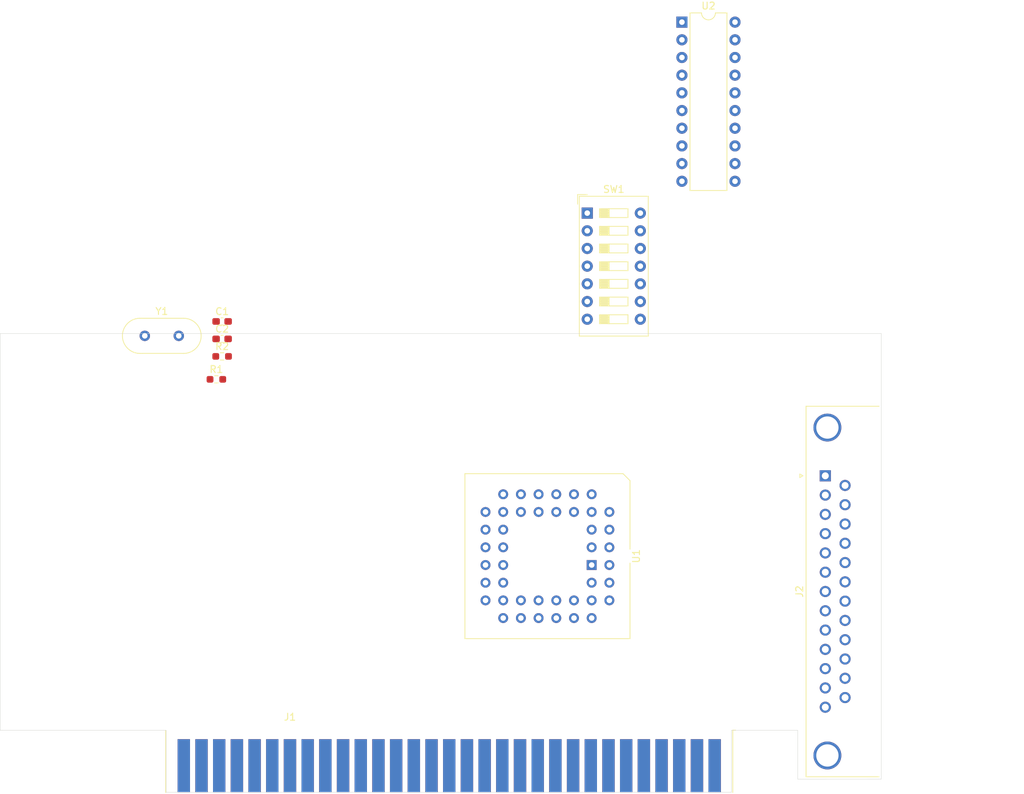
<source format=kicad_pcb>
(kicad_pcb (version 20240108) (generator "pcbnew") (generator_version "8.0")
  (layers (0 "F.Cu" signal) (31 "B.Cu" signal) (34 "B.Paste" user) (35 "F.Paste" user) (36 "B.SilkS" user "B.Silkscreen") (37 "F.SilkS" user "F.Silkscreen") (38 "B.Mask" user) (39 "F.Mask" user) (44 "Edge.Cuts" user))
  (net 0 "")
  (net 1 "/D7")
  (net 4 "/A9")
  (net 5 "/~{DACK1}")
  (net 6 "/IOCHRDY")
  (net 8 "/AEN")
  (net 9 "+5V")
  (net 11 "/D2")
  (net 12 "/~{DACK3}")
  (net 13 "/~{IOW}")
  (net 15 "/IRQ7")
  (net 17 "/A3")
  (net 20 "GND")
  (net 22 "/TC")
  (net 24 "/RESET")
  (net 29 "/A6")
  (net 31 "/A8")
  (net 33 "/A5")
  (net 34 "/D3")
  (net 35 "/A2")
  (net 39 "/D5")
  (net 41 "/D1")
  (net 42 "/A1")
  (net 43 "/~{IOR}")
  (net 44 "/D6")
  (net 48 "/A7")
  (net 50 "/D0")
  (net 52 "/A10")
  (net 53 "/IRQ5")
  (net 54 "/DRQ3")
  (net 55 "/A4")
  (net 56 "/A0")
  (net 57 "/D4")
  (net 58 "/DRQ1")
  (net 60 "Net-(U2-R5)")
  (net 61 "/LPT_DRQ")
  (net 62 "/LPT_IRQ")
  (net 63 "/~{LPT_DACK}")
  (net 64 "Net-(U1-PE)")
  (net 65 "Net-(U1-~{STROBE})")
  (net 66 "/~{LPT_CS}")
  (net 67 "Net-(J2-P15)")
  (net 68 "Net-(U1-PD4)")
  (net 69 "Net-(U1-CLOCK{slash}XTAL1)")
  (net 70 "Net-(J2-P16)")
  (net 71 "Net-(U1-PD2)")
  (net 72 "Net-(U1-PD0)")
  (net 73 "Net-(U1-PD3)")
  (net 74 "Net-(J2-P17)")
  (net 75 "Net-(U1-XTAL2)")
  (net 76 "Net-(U1-PD1)")
  (net 77 "Net-(U1-SLCT)")
  (net 78 "Net-(J2-P14)")
  (net 79 "Net-(U1-PD7)")
  (net 80 "Net-(U1-BUSY)")
  (net 81 "Net-(U1-PD5)")
  (net 82 "Net-(U1-PD6)")
  (net 83 "Net-(U1-~{ACK})")
  (footprint "Button_Switch_THT:SW_DIP_SPSTx07_Slide_9.78x19.96mm_W7.62mm_P2.54mm" (layer "F.Cu") (at 144.272 52.705)
    (property "Reference" "SW1" (at 3.81 -3.42 0) (layer "F.SilkS"))
    (property "Value" "SW_DIP_x07")
    (fp_line (start -1.38 -2.66) (end -1.38 -1.277) (stroke (width 0.12)) (layer "F.SilkS"))
    (fp_line (start -1.38 -2.66) (end 0.004 -2.66) (stroke (width 0.12)) (layer "F.SilkS"))
    (fp_line (start -1.14 -2.42) (end -1.14 17.661) (stroke (width 0.12)) (layer "F.SilkS"))
    (fp_line (start -1.14 -2.42) (end 8.76 -2.42) (stroke (width 0.12)) (layer "F.SilkS"))
    (fp_line (start -1.14 17.661) (end 8.76 17.661) (stroke (width 0.12)) (layer "F.SilkS"))
    (fp_line (start 1.78 -0.635) (end 1.78 0.635) (stroke (width 0.12)) (layer "F.SilkS"))
    (fp_line (start 1.78 -0.515) (end 3.133333 -0.515) (stroke (width 0.12)) (layer "F.SilkS"))
    (fp_line (start 1.78 -0.395) (end 3.133333 -0.395) (stroke (width 0.12)) (layer "F.SilkS"))
    (fp_line (start 1.78 -0.275) (end 3.133333 -0.275) (stroke (width 0.12)) (layer "F.SilkS"))
    (fp_line (start 1.78 -0.155) (end 3.133333 -0.155) (stroke (width 0.12)) (layer "F.SilkS"))
    (fp_line (start 1.78 -0.035) (end 3.133333 -0.035) (stroke (width 0.12)) (layer "F.SilkS"))
    (fp_line (start 1.78 0.085) (end 3.133333 0.085) (stroke (width 0.12)) (layer "F.SilkS"))
    (fp_line (start 1.78 0.205) (end 3.133333 0.205) (stroke (width 0.12)) (layer "F.SilkS"))
    (fp_line (start 1.78 0.325) (end 3.133333 0.325) (stroke (width 0.12)) (layer "F.SilkS"))
    (fp_line (start 1.78 0.445) (end 3.133333 0.445) (stroke (width 0.12)) (layer "F.SilkS"))
    (fp_line (start 1.78 0.565) (end 3.133333 0.565) (stroke (width 0.12)) (layer "F.SilkS"))
    (fp_line (start 1.78 0.635) (end 5.84 0.635) (stroke (width 0.12)) (layer "F.SilkS"))
    (fp_line (start 1.78 1.905) (end 1.78 3.175) (stroke (width 0.12)) (layer "F.SilkS"))
    (fp_line (start 1.78 2.025) (end 3.133333 2.025) (stroke (width 0.12)) (layer "F.SilkS"))
    (fp_line (start 1.78 2.145) (end 3.133333 2.145) (stroke (width 0.12)) (layer "F.SilkS"))
    (fp_line (start 1.78 2.265) (end 3.133333 2.265) (stroke (width 0.12)) (layer "F.SilkS"))
    (fp_line (start 1.78 2.385) (end 3.133333 2.385) (stroke (width 0.12)) (layer "F.SilkS"))
    (fp_line (start 1.78 2.505) (end 3.133333 2.505) (stroke (width 0.12)) (layer "F.SilkS"))
    (fp_line (start 1.78 2.625) (end 3.133333 2.625) (stroke (width 0.12)) (layer "F.SilkS"))
    (fp_line (start 1.78 2.745) (end 3.133333 2.745) (stroke (width 0.12)) (layer "F.SilkS"))
    (fp_line (start 1.78 2.865) (end 3.133333 2.865) (stroke (width 0.12)) (layer "F.SilkS"))
    (fp_line (start 1.78 2.985) (end 3.133333 2.985) (stroke (width 0.12)) (layer "F.SilkS"))
    (fp_line (start 1.78 3.105) (end 3.133333 3.105) (stroke (width 0.12)) (layer "F.SilkS"))
    (fp_line (start 1.78 3.175) (end 5.84 3.175) (stroke (width 0.12)) (layer "F.SilkS"))
    (fp_line (start 1.78 4.445) (end 1.78 5.715) (stroke (width 0.12)) (layer "F.SilkS"))
    (fp_line (start 1.78 4.565) (end 3.133333 4.565) (stroke (width 0.12)) (layer "F.SilkS"))
    (fp_line (start 1.78 4.685) (end 3.133333 4.685) (stroke (width 0.12)) (layer "F.SilkS"))
    (fp_line (start 1.78 4.805) (end 3.133333 4.805) (stroke (width 0.12)) (layer "F.SilkS"))
    (fp_line (start 1.78 4.925) (end 3.133333 4.925) (stroke (width 0.12)) (layer "F.SilkS"))
    (fp_line (start 1.78 5.045) (end 3.133333 5.045) (stroke (width 0.12)) (layer "F.SilkS"))
    (fp_line (start 1.78 5.165) (end 3.133333 5.165) (stroke (width 0.12)) (layer "F.SilkS"))
    (fp_line (start 1.78 5.285) (end 3.133333 5.285) (stroke (width 0.12)) (layer "F.SilkS"))
    (fp_line (start 1.78 5.405) (end 3.133333 5.405) (stroke (width 0.12)) (layer "F.SilkS"))
    (fp_line (start 1.78 5.525) (end 3.133333 5.525) (stroke (width 0.12)) (layer "F.SilkS"))
    (fp_line (start 1.78 5.645) (end 3.133333 5.645) (stroke (width 0.12)) (layer "F.SilkS"))
    (fp_line (start 1.78 5.715) (end 5.84 5.715) (stroke (width 0.12)) (layer "F.SilkS"))
    (fp_line (start 1.78 6.985) (end 1.78 8.255) (stroke (width 0.12)) (layer "F.SilkS"))
    (fp_line (start 1.78 7.105) (end 3.133333 7.105) (stroke (width 0.12)) (layer "F.SilkS"))
    (fp_line (start 1.78 7.225) (end 3.133333 7.225) (stroke (width 0.12)) (layer "F.SilkS"))
    (fp_line (start 1.78 7.345) (end 3.133333 7.345) (stroke (width 0.12)) (layer "F.SilkS"))
    (fp_line (start 1.78 7.465) (end 3.133333 7.465) (stroke (width 0.12)) (layer "F.SilkS"))
    (fp_line (start 1.78 7.585) (end 3.133333 7.585) (stroke (width 0.12)) (layer "F.SilkS"))
    (fp_line (start 1.78 7.705) (end 3.133333 7.705) (stroke (width 0.12)) (layer "F.SilkS"))
    (fp_line (start 1.78 7.825) (end 3.133333 7.825) (stroke (width 0.12)) (layer "F.SilkS"))
    (fp_line (start 1.78 7.945) (end 3.133333 7.945) (stroke (width 0.12)) (layer "F.SilkS"))
    (fp_line (start 1.78 8.065) (end 3.133333 8.065) (stroke (width 0.12)) (layer "F.SilkS"))
    (fp_line (start 1.78 8.185) (end 3.133333 8.185) (stroke (width 0.12)) (layer "F.SilkS"))
    (fp_line (start 1.78 8.255) (end 5.84 8.255) (stroke (width 0.12)) (layer "F.SilkS"))
    (fp_line (start 1.78 9.525) (end 1.78 10.795) (stroke (width 0.12)) (layer "F.SilkS"))
    (fp_line (start 1.78 9.645) (end 3.133333 9.645) (stroke (width 0.12)) (layer "F.SilkS"))
    (fp_line (start 1.78 9.765) (end 3.133333 9.765) (stroke (width 0.12)) (layer "F.SilkS"))
    (fp_line (start 1.78 9.885) (end 3.133333 9.885) (stroke (width 0.12)) (layer "F.SilkS"))
    (fp_line (start 1.78 10.005) (end 3.133333 10.005) (stroke (width 0.12)) (layer "F.SilkS"))
    (fp_line (start 1.78 10.125) (end 3.133333 10.125) (stroke (width 0.12)) (layer "F.SilkS"))
    (fp_line (start 1.78 10.245) (end 3.133333 10.245) (stroke (width 0.12)) (layer "F.SilkS"))
    (fp_line (start 1.78 10.365) (end 3.133333 10.365) (stroke (width 0.12)) (layer "F.SilkS"))
    (fp_line (start 1.78 10.485) (end 3.133333 10.485) (stroke (width 0.12)) (layer "F.SilkS"))
    (fp_line (start 1.78 10.605) (end 3.133333 10.605) (stroke (width 0.12)) (layer "F.SilkS"))
    (fp_line (start 1.78 10.725) (end 3.133333 10.725) (stroke (width 0.12)) (layer "F.SilkS"))
    (fp_line (start 1.78 10.795) (end 5.84 10.795) (stroke (width 0.12)) (layer "F.SilkS"))
    (fp_line (start 1.78 12.065) (end 1.78 13.335) (stroke (width 0.12)) (layer "F.SilkS"))
    (fp_line (start 1.78 12.185) (end 3.133333 12.185) (stroke (width 0.12)) (layer "F.SilkS"))
    (fp_line (start 1.78 12.305) (end 3.133333 12.305) (stroke (width 0.12)) (layer "F.SilkS"))
    (fp_line (start 1.78 12.425) (end 3.133333 12.425) (stroke (width 0.12)) (layer "F.SilkS"))
    (fp_line (start 1.78 12.545) (end 3.133333 12.545) (stroke (width 0.12)) (layer "F.SilkS"))
    (fp_line (start 1.78 12.665) (end 3.133333 12.665) (stroke (width 0.12)) (layer "F.SilkS"))
    (fp_line (start 1.78 12.785) (end 3.133333 12.785) (stroke (width 0.12)) (layer "F.SilkS"))
    (fp_line (start 1.78 12.905) (end 3.133333 12.905) (stroke (width 0.12)) (layer "F.SilkS"))
    (fp_line (start 1.78 13.025) (end 3.133333 13.025) (stroke (width 0.12)) (layer "F.SilkS"))
    (fp_line (start 1.78 13.145) (end 3.133333 13.145) (stroke (width 0.12)) (layer "F.SilkS"))
    (fp_line (start 1.78 13.265) (end 3.133333 13.265) (stroke (width 0.12)) (layer "F.SilkS"))
    (fp_line (start 1.78 13.335) (end 5.84 13.335) (stroke (width 0.12)) (layer "F.SilkS"))
    (fp_line (start 1.78 14.605) (end 1.78 15.875) (stroke (width 0.12)) (layer "F.SilkS"))
    (fp_line (start 1.78 14.725) (end 3.133333 14.725) (stroke (width 0.12)) (layer "F.SilkS"))
    (fp_line (start 1.78 14.845) (end 3.133333 14.845) (stroke (width 0.12)) (layer "F.SilkS"))
    (fp_line (start 1.78 14.965) (end 3.133333 14.965) (stroke (width 0.12)) (layer "F.SilkS"))
    (fp_line (start 1.78 15.085) (end 3.133333 15.085) (stroke (width 0.12)) (layer "F.SilkS"))
    (fp_line (start 1.78 15.205) (end 3.133333 15.205) (stroke (width 0.12)) (layer "F.SilkS"))
    (fp_line (start 1.78 15.325) (end 3.133333 15.325) (stroke (width 0.12)) (layer "F.SilkS"))
    (fp_line (start 1.78 15.445) (end 3.133333 15.445) (stroke (width 0.12)) (layer "F.SilkS"))
    (fp_line (start 1.78 15.565) (end 3.133333 15.565) (stroke (width 0.12)) (layer "F.SilkS"))
    (fp_line (start 1.78 15.685) (end 3.133333 15.685) (stroke (width 0.12)) (layer "F.SilkS"))
    (fp_line (start 1.78 15.805) (end 3.133333 15.805) (stroke (width 0.12)) (layer "F.SilkS"))
    (fp_line (start 1.78 15.875) (end 5.84 15.875) (stroke (width 0.12)) (layer "F.SilkS"))
    (fp_line (start 3.133333 -0.635) (end 3.133333 0.635) (stroke (width 0.12)) (layer "F.SilkS"))
    (fp_line (start 3.133333 1.905) (end 3.133333 3.175) (stroke (width 0.12)) (layer "F.SilkS"))
    (fp_line (start 3.133333 4.445) (end 3.133333 5.715) (stroke (width 0.12)) (layer "F.SilkS"))
    (fp_line (start 3.133333 6.985) (end 3.133333 8.255) (stroke (width 0.12)) (layer "F.SilkS"))
    (fp_line (start 3.133333 9.525) (end 3.133333 10.795) (stroke (width 0.12)) (layer "F.SilkS"))
    (fp_line (start 3.133333 12.065) (end 3.133333 13.335) (stroke (width 0.12)) (layer "F.SilkS"))
    (fp_line (start 3.133333 14.605) (end 3.133333 15.875) (stroke (width 0.12)) (layer "F.SilkS"))
    (fp_line (start 5.84 -0.635) (end 1.78 -0.635) (stroke (width 0.12)) (layer "F.SilkS"))
    (fp_line (start 5.84 0.635) (end 5.84 -0.635) (stroke (width 0.12)) (layer "F.SilkS"))
    (fp_line (start 5.84 1.905) (end 1.78 1.905) (stroke (width 0.12)) (layer "F.SilkS"))
    (fp_line (start 5.84 3.175) (end 5.84 1.905) (stroke (width 0.12)) (layer "F.SilkS"))
    (fp_line (start 5.84 4.445) (end 1.78 4.445) (stroke (width 0.12)) (layer "F.SilkS"))
    (fp_line (start 5.84 5.715) (end 5.84 4.445) (stroke (width 0.12)) (layer "F.SilkS"))
    (fp_line (start 5.84 6.985) (end 1.78 6.985) (stroke (width 0.12)) (layer "F.SilkS"))
    (fp_line (start 5.84 8.255) (end 5.84 6.985) (stroke (width 0.12)) (layer "F.SilkS"))
    (fp_line (start 5.84 9.525) (end 1.78 9.525) (stroke (width 0.12)) (layer "F.SilkS"))
    (fp_line (start 5.84 10.795) (end 5.84 9.525) (stroke (width 0.12)) (layer "F.SilkS"))
    (fp_line (start 5.84 12.065) (end 1.78 12.065) (stroke (width 0.12)) (layer "F.SilkS"))
    (fp_line (start 5.84 13.335) (end 5.84 12.065) (stroke (width 0.12)) (layer "F.SilkS"))
    (fp_line (start 5.84 14.605) (end 1.78 14.605) (stroke (width 0.12)) (layer "F.SilkS"))
    (fp_line (start 5.84 15.875) (end 5.84 14.605) (stroke (width 0.12)) (layer "F.SilkS"))
    (fp_line (start 8.76 -2.42) (end 8.76 17.661) (stroke (width 0.12)) (layer "F.SilkS"))
    (pad "1" thru_hole rect (at 0 0) (size 1.6 1.6) (drill 0.8) (layers "*.Cu" "*.Mask") (net 15 "/IRQ7"))
    (pad "2" thru_hole oval (at 0 2.54) (size 1.6 1.6) (drill 0.8) (layers "*.Cu" "*.Mask") (net 53 "/IRQ5"))
    (pad "3" thru_hole oval (at 0 5.08) (size 1.6 1.6) (drill 0.8) (layers "*.Cu" "*.Mask") (net 54 "/DRQ3"))
    (pad "4" thru_hole oval (at 0 7.62) (size 1.6 1.6) (drill 0.8) (layers "*.Cu" "*.Mask") (net 58 "/DRQ1"))
    (pad "5" thru_hole oval (at 0 10.16) (size 1.6 1.6) (drill 0.8) (layers "*.Cu" "*.Mask") (net 12 "/~{DACK3}"))
    (pad "6" thru_hole oval (at 0 12.7) (size 1.6 1.6) (drill 0.8) (layers "*.Cu" "*.Mask") (net 5 "/~{DACK1}"))
    (pad "7" thru_hole oval (at 0 15.24) (size 1.6 1.6) (drill 0.8) (layers "*.Cu" "*.Mask") (net 20 "GND"))
    (pad "8" thru_hole oval (at 7.62 15.24) (size 1.6 1.6) (drill 0.8) (layers "*.Cu" "*.Mask") (net 60 "Net-(U2-R5)"))
    (pad "9" thru_hole oval (at 7.62 12.7) (size 1.6 1.6) (drill 0.8) (layers "*.Cu" "*.Mask") (net 63 "/~{LPT_DACK}"))
    (pad "10" thru_hole oval (at 7.62 10.16) (size 1.6 1.6) (drill 0.8) (layers "*.Cu" "*.Mask") (net 63 "/~{LPT_DACK}"))
    (pad "11" thru_hole oval (at 7.62 7.62) (size 1.6 1.6) (drill 0.8) (layers "*.Cu" "*.Mask") (net 61 "/LPT_DRQ"))
    (pad "12" thru_hole oval (at 7.62 5.08) (size 1.6 1.6) (drill 0.8) (layers "*.Cu" "*.Mask") (net 61 "/LPT_DRQ"))
    (pad "13" thru_hole oval (at 7.62 2.54) (size 1.6 1.6) (drill 0.8) (layers "*.Cu" "*.Mask") (net 62 "/LPT_IRQ"))
    (pad "14" thru_hole oval (at 7.62 0) (size 1.6 1.6) (drill 0.8) (layers "*.Cu" "*.Mask") (net 62 "/LPT_IRQ"))
  )
  (footprint "Capacitor_SMD:C_0603_1608Metric_Pad1.08x0.95mm_HandSolder" (layer "F.Cu") (at 91.859 68.263662)
    (property "Reference" "C1" (at 0 -1.43 0) (layer "F.SilkS"))
    (property "Value" "22p")
    (fp_line (start -0.146267 -0.51) (end 0.146267 -0.51) (stroke (width 0.12)) (layer "F.SilkS"))
    (fp_line (start -0.146267 0.51) (end 0.146267 0.51) (stroke (width 0.12)) (layer "F.SilkS"))
    (pad "1" smd roundrect (at -0.8625 0) (size 1.075 0.95) (layers "F.Cu" "F.Paste" "F.Mask") (net 69 "Net-(U1-CLOCK{slash}XTAL1)"))
    (pad "2" smd roundrect (at 0.8625 0) (size 1.075 0.95) (layers "F.Cu" "F.Paste" "F.Mask") (net 20 "GND"))
  )
  (footprint "Resistor_SMD:R_0603_1608Metric_Pad0.98x0.95mm_HandSolder" (layer "F.Cu") (at 91.0355 76.581)
    (property "Reference" "R1" (at 0 -1.43 0) (layer "F.SilkS"))
    (property "Value" "10K")
    (fp_line (start -0.254724 -0.5225) (end 0.254724 -0.5225) (stroke (width 0.12)) (layer "F.SilkS"))
    (fp_line (start -0.254724 0.5225) (end 0.254724 0.5225) (stroke (width 0.12)) (layer "F.SilkS"))
    (pad "1" smd roundrect (at -0.9125 0) (size 0.975 0.95) (layers "F.Cu" "F.Paste" "F.Mask") (net 9 "+5V"))
    (pad "2" smd roundrect (at 0.9125 0) (size 0.975 0.95) (layers "F.Cu" "F.Paste" "F.Mask") (net 60 "Net-(U2-R5)"))
  )
  (footprint "Resistor_SMD:R_0603_1608Metric_Pad0.98x0.95mm_HandSolder" (layer "F.Cu") (at 91.859 73.283662)
    (property "Reference" "R2" (at 0 -1.43 0) (layer "F.SilkS"))
    (property "Value" "1M")
    (fp_line (start -0.254724 -0.5225) (end 0.254724 -0.5225) (stroke (width 0.12)) (layer "F.SilkS"))
    (fp_line (start -0.254724 0.5225) (end 0.254724 0.5225) (stroke (width 0.12)) (layer "F.SilkS"))
    (pad "1" smd roundrect (at -0.9125 0) (size 0.975 0.95) (layers "F.Cu" "F.Paste" "F.Mask") (net 75 "Net-(U1-XTAL2)"))
    (pad "2" smd roundrect (at 0.9125 0) (size 0.975 0.95) (layers "F.Cu" "F.Paste" "F.Mask") (net 69 "Net-(U1-CLOCK{slash}XTAL1)"))
  )
  (footprint "Package_DIP:DIP-20_W7.62mm" (layer "F.Cu") (at 157.861 25.273)
    (property "Reference" "U2" (at 3.81 -2.33 0) (layer "F.SilkS"))
    (property "Value" "74LS688")
    (fp_line (start 1.16 -1.33) (end 1.16 24.19) (stroke (width 0.12)) (layer "F.SilkS"))
    (fp_line (start 1.16 24.19) (end 6.46 24.19) (stroke (width 0.12)) (layer "F.SilkS"))
    (fp_line (start 2.81 -1.33) (end 1.16 -1.33) (stroke (width 0.12)) (layer "F.SilkS"))
    (fp_line (start 6.46 -1.33) (end 4.81 -1.33) (stroke (width 0.12)) (layer "F.SilkS"))
    (fp_line (start 6.46 24.19) (end 6.46 -1.33) (stroke (width 0.12)) (layer "F.SilkS"))
    (fp_arc (start 4.81 -1.33) (mid 3.81 -0.33) (end 2.81 -1.33) (stroke (width 0.12)) (layer "F.SilkS"))
    (pad "1" thru_hole rect (at 0 0) (size 1.6 1.6) (drill 0.8) (layers "*.Cu" "*.Mask") (net 20 "GND"))
    (pad "2" thru_hole oval (at 0 2.54) (size 1.6 1.6) (drill 0.8) (layers "*.Cu" "*.Mask") (net 17 "/A3"))
    (pad "3" thru_hole oval (at 0 5.08) (size 1.6 1.6) (drill 0.8) (layers "*.Cu" "*.Mask") (net 9 "+5V"))
    (pad "4" thru_hole oval (at 0 7.62) (size 1.6 1.6) (drill 0.8) (layers "*.Cu" "*.Mask") (net 55 "/A4"))
    (pad "5" thru_hole oval (at 0 10.16) (size 1.6 1.6) (drill 0.8) (layers "*.Cu" "*.Mask") (net 9 "+5V"))
    (pad "6" thru_hole oval (at 0 12.7) (size 1.6 1.6) (drill 0.8) (layers "*.Cu" "*.Mask") (net 33 "/A5"))
    (pad "7" thru_hole oval (at 0 15.24) (size 1.6 1.6) (drill 0.8) (layers "*.Cu" "*.Mask") (net 9 "+5V"))
    (pad "8" thru_hole oval (at 0 17.78) (size 1.6 1.6) (drill 0.8) (layers "*.Cu" "*.Mask") (net 29 "/A6"))
    (pad "9" thru_hole oval (at 0 20.32) (size 1.6 1.6) (drill 0.8) (layers "*.Cu" "*.Mask") (net 9 "+5V"))
    (pad "10" thru_hole oval (at 0 22.86) (size 1.6 1.6) (drill 0.8) (layers "*.Cu" "*.Mask") (net 20 "GND"))
    (pad "11" thru_hole oval (at 7.62 22.86) (size 1.6 1.6) (drill 0.8) (layers "*.Cu" "*.Mask") (net 48 "/A7"))
    (pad "12" thru_hole oval (at 7.62 20.32) (size 1.6 1.6) (drill 0.8) (layers "*.Cu" "*.Mask") (net 20 "GND"))
    (pad "13" thru_hole oval (at 7.62 17.78) (size 1.6 1.6) (drill 0.8) (layers "*.Cu" "*.Mask") (net 31 "/A8"))
    (pad "14" thru_hole oval (at 7.62 15.24) (size 1.6 1.6) (drill 0.8) (layers "*.Cu" "*.Mask") (net 60 "Net-(U2-R5)"))
    (pad "15" thru_hole oval (at 7.62 12.7) (size 1.6 1.6) (drill 0.8) (layers "*.Cu" "*.Mask") (net 4 "/A9"))
    (pad "16" thru_hole oval (at 7.62 10.16) (size 1.6 1.6) (drill 0.8) (layers "*.Cu" "*.Mask") (net 9 "+5V"))
    (pad "17" thru_hole oval (at 7.62 7.62) (size 1.6 1.6) (drill 0.8) (layers "*.Cu" "*.Mask") (net 20 "GND"))
    (pad "18" thru_hole oval (at 7.62 5.08) (size 1.6 1.6) (drill 0.8) (layers "*.Cu" "*.Mask") (net 20 "GND"))
    (pad "19" thru_hole oval (at 7.62 2.54) (size 1.6 1.6) (drill 0.8) (layers "*.Cu" "*.Mask") (net 66 "/~{LPT_CS}"))
    (pad "20" thru_hole oval (at 7.62 0) (size 1.6 1.6) (drill 0.8) (layers "*.Cu" "*.Mask") (net 9 "+5V"))
  )
  (footprint "pc-parts:BUS_AT_8BIT" (layer "F.Cu") (at 162.56 132.08)
    (property "Reference" "J1" (at -60.96 -6.99 0) (layer "F.SilkS"))
    (property "Value" "Bus_ISA_8bit")
    (fp_line (start -78.8 -5.08) (end -78.8 3.85) (stroke (width 0.12)) (layer "F.SilkS"))
    (fp_line (start 2.6 -5.1) (end 3 -5.1) (stroke (width 0.12)) (layer "F.SilkS"))
    (fp_line (start 2.6 3.85) (end 2.6 -5.1) (stroke (width 0.12)) (layer "F.SilkS"))
    (pad "1" connect rect (at 0 0) (size 1.78 7.62) (layers "B.Cu" "B.Mask") (net 20 "GND"))
    (pad "2" connect rect (at -2.54 0) (size 1.78 7.62) (layers "B.Cu" "B.Mask") (net 24 "/RESET"))
    (pad "3" connect rect (at -5.08 0) (size 1.78 7.62) (layers "B.Cu" "B.Mask") (net 9 "+5V"))
    (pad "4" connect rect (at -7.62 0) (size 1.78 7.62) (layers "B.Cu" "B.Mask"))
    (pad "5" connect rect (at -10.16 0) (size 1.78 7.62) (layers "B.Cu" "B.Mask"))
    (pad "6" connect rect (at -12.7 0) (size 1.78 7.62) (layers "B.Cu" "B.Mask"))
    (pad "7" connect rect (at -15.24 0) (size 1.78 7.62) (layers "B.Cu" "B.Mask"))
    (pad "8" connect rect (at -17.78 0) (size 1.78 7.62) (layers "B.Cu" "B.Mask"))
    (pad "9" connect rect (at -20.32 0) (size 1.78 7.62) (layers "B.Cu" "B.Mask"))
    (pad "10" connect rect (at -22.86 0) (size 1.78 7.62) (layers "B.Cu" "B.Mask") (net 20 "GND"))
    (pad "11" connect rect (at -25.4 0) (size 1.78 7.62) (layers "B.Cu" "B.Mask"))
    (pad "12" connect rect (at -27.94 0) (size 1.78 7.62) (layers "B.Cu" "B.Mask"))
    (pad "13" connect rect (at -30.48 0) (size 1.78 7.62) (layers "B.Cu" "B.Mask") (net 13 "/~{IOW}"))
    (pad "14" connect rect (at -33.02 0) (size 1.78 7.62) (layers "B.Cu" "B.Mask") (net 43 "/~{IOR}"))
    (pad "15" connect rect (at -35.56 0) (size 1.78 7.62) (layers "B.Cu" "B.Mask") (net 12 "/~{DACK3}"))
    (pad "16" connect rect (at -38.1 0) (size 1.78 7.62) (layers "B.Cu" "B.Mask") (net 54 "/DRQ3"))
    (pad "17" connect rect (at -40.64 0) (size 1.78 7.62) (layers "B.Cu" "B.Mask") (net 5 "/~{DACK1}"))
    (pad "18" connect rect (at -43.18 0) (size 1.78 7.62) (layers "B.Cu" "B.Mask") (net 58 "/DRQ1"))
    (pad "19" connect rect (at -45.72 0) (size 1.78 7.62) (layers "B.Cu" "B.Mask"))
    (pad "20" connect rect (at -48.26 0) (size 1.78 7.62) (layers "B.Cu" "B.Mask"))
    (pad "21" connect rect (at -50.8 0) (size 1.78 7.62) (layers "B.Cu" "B.Mask") (net 15 "/IRQ7"))
    (pad "22" connect rect (at -53.34 0) (size 1.78 7.62) (layers "B.Cu" "B.Mask"))
    (pad "23" connect rect (at -55.88 0) (size 1.78 7.62) (layers "B.Cu" "B.Mask") (net 53 "/IRQ5"))
    (pad "24" connect rect (at -58.42 0) (size 1.78 7.62) (layers "B.Cu" "B.Mask"))
    (pad "25" connect rect (at -60.96 0) (size 1.78 7.62) (layers "B.Cu" "B.Mask"))
    (pad "26" connect rect (at -63.5 0) (size 1.78 7.62) (layers "B.Cu" "B.Mask"))
    (pad "27" connect rect (at -66.04 0) (size 1.78 7.62) (layers "B.Cu" "B.Mask") (net 22 "/TC"))
    (pad "28" connect rect (at -68.58 0) (size 1.78 7.62) (layers "B.Cu" "B.Mask"))
    (pad "29" connect rect (at -71.12 0) (size 1.78 7.62) (layers "B.Cu" "B.Mask") (net 9 "+5V"))
    (pad "30" connect rect (at -73.66 0) (size 1.78 7.62) (layers "B.Cu" "B.Mask"))
    (pad "31" connect rect (at -76.2 0) (size 1.78 7.62) (layers "B.Cu" "B.Mask") (net 20 "GND"))
    (pad "32" connect rect (at 0 0) (size 1.78 7.62) (layers "F.Cu" "F.Mask"))
    (pad "33" connect rect (at -2.54 0) (size 1.78 7.62) (layers "F.Cu" "F.Mask") (net 1 "/D7"))
    (pad "34" connect rect (at -5.08 0) (size 1.78 7.62) (layers "F.Cu" "F.Mask") (net 44 "/D6"))
    (pad "35" connect rect (at -7.62 0) (size 1.78 7.62) (layers "F.Cu" "F.Mask") (net 39 "/D5"))
    (pad "36" connect rect (at -10.16 0) (size 1.78 7.62) (layers "F.Cu" "F.Mask") (net 57 "/D4"))
    (pad "37" connect rect (at -12.7 0) (size 1.78 7.62) (layers "F.Cu" "F.Mask") (net 34 "/D3"))
    (pad "38" connect rect (at -15.24 0) (size 1.78 7.62) (layers "F.Cu" "F.Mask") (net 11 "/D2"))
    (pad "39" connect rect (at -17.78 0) (size 1.78 7.62) (layers "F.Cu" "F.Mask") (net 41 "/D1"))
    (pad "40" connect rect (at -20.32 0) (size 1.78 7.62) (layers "F.Cu" "F.Mask") (net 50 "/D0"))
    (pad "41" connect rect (at -22.86 0) (size 1.78 7.62) (layers "F.Cu" "F.Mask") (net 6 "/IOCHRDY"))
    (pad "42" connect rect (at -25.4 0) (size 1.78 7.62) (layers "F.Cu" "F.Mask") (net 8 "/AEN"))
    (pad "43" connect rect (at -27.94 0) (size 1.78 7.62) (layers "F.Cu" "F.Mask"))
    (pad "44" connect rect (at -30.48 0) (size 1.78 7.62) (layers "F.Cu" "F.Mask"))
    (pad "45" connect rect (at -33.02 0) (size 1.78 7.62) (layers "F.Cu" "F.Mask"))
    (pad "46" connect rect (at -35.56 0) (size 1.78 7.62) (layers "F.Cu" "F.Mask"))
    (pad "47" connect rect (at -38.1 0) (size 1.78 7.62) (layers "F.Cu" "F.Mask"))
    (pad "48" connect rect (at -40.64 0) (size 1.78 7.62) (layers "F.Cu" "F.Mask"))
    (pad "49" connect rect (at -43.18 0) (size 1.78 7.62) (layers "F.Cu" "F.Mask"))
    (pad "50" connect rect (at -45.72 0) (size 1.78 7.62) (layers "F.Cu" "F.Mask"))
    (pad "51" connect rect (at -48.26 0) (size 1.78 7.62) (layers "F.Cu" "F.Mask"))
    (pad "52" connect rect (at -50.8 0) (size 1.78 7.62) (layers "F.Cu" "F.Mask") (net 52 "/A10"))
    (pad "53" connect rect (at -53.34 0) (size 1.78 7.62) (layers "F.Cu" "F.Mask") (net 4 "/A9"))
    (pad "54" connect rect (at -55.88 0) (size 1.78 7.62) (layers "F.Cu" "F.Mask") (net 31 "/A8"))
    (pad "55" connect rect (at -58.42 0) (size 1.78 7.62) (layers "F.Cu" "F.Mask") (net 48 "/A7"))
    (pad "56" connect rect (at -60.96 0) (size 1.78 7.62) (layers "F.Cu" "F.Mask") (net 29 "/A6"))
    (pad "57" connect rect (at -63.5 0) (size 1.78 7.62) (layers "F.Cu" "F.Mask") (net 33 "/A5"))
    (pad "58" connect rect (at -66.04 0) (size 1.78 7.62) (layers "F.Cu" "F.Mask") (net 55 "/A4"))
    (pad "59" connect rect (at -68.58 0) (size 1.78 7.62) (layers "F.Cu" "F.Mask") (net 17 "/A3"))
    (pad "60" connect rect (at -71.12 0) (size 1.78 7.62) (layers "F.Cu" "F.Mask") (net 35 "/A2"))
    (pad "61" connect rect (at -73.66 0) (size 1.78 7.62) (layers "F.Cu" "F.Mask") (net 42 "/A1"))
    (pad "62" connect rect (at -76.2 0) (size 1.78 7.62) (layers "F.Cu" "F.Mask") (net 56 "/A0"))
  )
  (footprint "Package_LCC:PLCC-44_THT-Socket" (layer "F.Cu") (at 144.907 103.251 -90)
    (property "Reference" "U1" (at -1.27 -6.4 90) (layer "F.SilkS"))
    (property "Value" "ST78C36ACJ44")
    (fp_line (start -13.12 18.2) (end 10.58 18.2) (stroke (width 0.12)) (layer "F.SilkS"))
    (fp_line (start 10.58 18.2) (end 10.58 -5.5) (stroke (width 0.12)) (layer "F.SilkS"))
    (fp_line (start -13.12 -4.5) (end -13.12 18.2) (stroke (width 0.12)) (layer "F.SilkS"))
    (fp_line (start -12.12 -5.5) (end -13.12 -4.5) (stroke (width 0.12)) (layer "F.SilkS"))
    (fp_line (start -2.27 -5.5) (end -12.12 -5.5) (stroke (width 0.12)) (layer "F.SilkS"))
    (fp_line (start 10.58 -5.5) (end -0.27 -5.5) (stroke (width 0.12)) (layer "F.SilkS"))
    (pad "1" thru_hole rect (at 0 0 270) (size 1.4224 1.4224) (drill 0.8) (layers "*.Cu" "*.Mask") (net 67 "Net-(J2-P15)"))
    (pad "2" thru_hole circle (at -2.54 -2.54 270) (size 1.4224 1.4224) (drill 0.8) (layers "*.Cu" "*.Mask") (net 77 "Net-(U1-SLCT)"))
    (pad "3" thru_hole circle (at -2.54 0 270) (size 1.4224 1.4224) (drill 0.8) (layers "*.Cu" "*.Mask") (net 80 "Net-(U1-BUSY)"))
    (pad "4" thru_hole circle (at -5.08 -2.54 270) (size 1.4224 1.4224) (drill 0.8) (layers "*.Cu" "*.Mask") (net 83 "Net-(U1-~{ACK})"))
    (pad "5" thru_hole circle (at -5.08 0 270) (size 1.4224 1.4224) (drill 0.8) (layers "*.Cu" "*.Mask") (net 64 "Net-(U1-PE)"))
    (pad "6" thru_hole circle (at -7.62 -2.54 270) (size 1.4224 1.4224) (drill 0.8) (layers "*.Cu" "*.Mask") (net 22 "/TC"))
    (pad "7" thru_hole circle (at -10.16 0 270) (size 1.4224 1.4224) (drill 0.8) (layers "*.Cu" "*.Mask") (net 61 "/LPT_DRQ"))
    (pad "8" thru_hole circle (at -7.62 0 270) (size 1.4224 1.4224) (drill 0.8) (layers "*.Cu" "*.Mask") (net 63 "/~{LPT_DACK}"))
    (pad "9" thru_hole circle (at -10.16 2.54 270) (size 1.4224 1.4224) (drill 0.8) (layers "*.Cu" "*.Mask") (net 1 "/D7"))
    (pad "10" thru_hole circle (at -7.62 2.54 270) (size 1.4224 1.4224) (drill 0.8) (layers "*.Cu" "*.Mask") (net 44 "/D6"))
    (pad "11" thru_hole circle (at -10.16 5.08 270) (size 1.4224 1.4224) (drill 0.8) (layers "*.Cu" "*.Mask") (net 39 "/D5"))
    (pad "12" thru_hole circle (at -7.62 5.08 270) (size 1.4224 1.4224) (drill 0.8) (layers "*.Cu" "*.Mask") (net 57 "/D4"))
    (pad "13" thru_hole circle (at -10.16 7.62 270) (size 1.4224 1.4224) (drill 0.8) (layers "*.Cu" "*.Mask") (net 34 "/D3"))
    (pad "14" thru_hole circle (at -7.62 7.62 270) (size 1.4224 1.4224) (drill 0.8) (layers "*.Cu" "*.Mask") (net 11 "/D2"))
    (pad "15" thru_hole circle (at -10.16 10.16 270) (size 1.4224 1.4224) (drill 0.8) (layers "*.Cu" "*.Mask") (net 41 "/D1"))
    (pad "16" thru_hole circle (at -7.62 10.16 270) (size 1.4224 1.4224) (drill 0.8) (layers "*.Cu" "*.Mask") (net 50 "/D0"))
    (pad "17" thru_hole circle (at -10.16 12.7 270) (size 1.4224 1.4224) (drill 0.8) (layers "*.Cu" "*.Mask") (net 8 "/AEN"))
    (pad "18" thru_hole circle (at -7.62 15.24 270) (size 1.4224 1.4224) (drill 0.8) (layers "*.Cu" "*.Mask") (net 6 "/IOCHRDY"))
    (pad "19" thru_hole circle (at -7.62 12.7 270) (size 1.4224 1.4224) (drill 0.8) (layers "*.Cu" "*.Mask") (net 62 "/LPT_IRQ"))
    (pad "20" thru_hole circle (at -5.08 15.24 270) (size 1.4224 1.4224) (drill 0.8) (layers "*.Cu" "*.Mask") (net 69 "Net-(U1-CLOCK{slash}XTAL1)"))
    (pad "21" thru_hole circle (at -5.08 12.7 270) (size 1.4224 1.4224) (drill 0.8) (layers "*.Cu" "*.Mask") (net 75 "Net-(U1-XTAL2)"))
    (pad "22" thru_hole circle (at -2.54 15.24 270) (size 1.4224 1.4224) (drill 0.8) (layers "*.Cu" "*.Mask") (net 66 "/~{LPT_CS}"))
    (pad "23" thru_hole circle (at -2.54 12.7 270) (size 1.4224 1.4224) (drill 0.8) (layers "*.Cu" "*.Mask") (net 20 "GND"))
    (pad "24" thru_hole circle (at 0 15.24 270) (size 1.4224 1.4224) (drill 0.8) (layers "*.Cu" "*.Mask") (net 24 "/RESET"))
    (pad "25" thru_hole circle (at 0 12.7 270) (size 1.4224 1.4224) (drill 0.8) (layers "*.Cu" "*.Mask") (net 65 "Net-(U1-~{STROBE})"))
    (pad "26" thru_hole circle (at 2.54 15.24 270) (size 1.4224 1.4224) (drill 0.8) (layers "*.Cu" "*.Mask") (net 78 "Net-(J2-P14)"))
    (pad "27" thru_hole circle (at 2.54 12.7 270) (size 1.4224 1.4224) (drill 0.8) (layers "*.Cu" "*.Mask") (net 70 "Net-(J2-P16)"))
    (pad "28" thru_hole circle (at 5.08 15.24 270) (size 1.4224 1.4224) (drill 0.8) (layers "*.Cu" "*.Mask") (net 74 "Net-(J2-P17)"))
    (pad "29" thru_hole circle (at 7.62 12.7 270) (size 1.4224 1.4224) (drill 0.8) (layers "*.Cu" "*.Mask") (net 52 "/A10"))
    (pad "30" thru_hole circle (at 5.08 12.7 270) (size 1.4224 1.4224) (drill 0.8) (layers "*.Cu" "*.Mask") (net 20 "GND"))
    (pad "31" thru_hole circle (at 7.62 10.16 270) (size 1.4224 1.4224) (drill 0.8) (layers "*.Cu" "*.Mask") (net 72 "Net-(U1-PD0)"))
    (pad "32" thru_hole circle (at 5.08 10.16 270) (size 1.4224 1.4224) (drill 0.8) (layers "*.Cu" "*.Mask") (net 76 "Net-(U1-PD1)"))
    (pad "33" thru_hole circle (at 7.62 7.62 270) (size 1.4224 1.4224) (drill 0.8) (layers "*.Cu" "*.Mask") (net 71 "Net-(U1-PD2)"))
    (pad "34" thru_hole circle (at 5.08 7.62 270) (size 1.4224 1.4224) (drill 0.8) (layers "*.Cu" "*.Mask") (net 73 "Net-(U1-PD3)"))
    (pad "35" thru_hole circle (at 7.62 5.08 270) (size 1.4224 1.4224) (drill 0.8) (layers "*.Cu" "*.Mask") (net 68 "Net-(U1-PD4)"))
    (pad "36" thru_hole circle (at 5.08 5.08 270) (size 1.4224 1.4224) (drill 0.8) (layers "*.Cu" "*.Mask") (net 81 "Net-(U1-PD5)"))
    (pad "37" thru_hole circle (at 7.62 2.54 270) (size 1.4224 1.4224) (drill 0.8) (layers "*.Cu" "*.Mask") (net 82 "Net-(U1-PD6)"))
    (pad "38" thru_hole circle (at 5.08 2.54 270) (size 1.4224 1.4224) (drill 0.8) (layers "*.Cu" "*.Mask") (net 79 "Net-(U1-PD7)"))
    (pad "39" thru_hole circle (at 7.62 0 270) (size 1.4224 1.4224) (drill 0.8) (layers "*.Cu" "*.Mask") (net 35 "/A2"))
    (pad "40" thru_hole circle (at 5.08 -2.54 270) (size 1.4224 1.4224) (drill 0.8) (layers "*.Cu" "*.Mask") (net 56 "/A0"))
    (pad "41" thru_hole circle (at 5.08 0 270) (size 1.4224 1.4224) (drill 0.8) (layers "*.Cu" "*.Mask") (net 42 "/A1"))
    (pad "42" thru_hole circle (at 2.54 -2.54 270) (size 1.4224 1.4224) (drill 0.8) (layers "*.Cu" "*.Mask") (net 13 "/~{IOW}"))
    (pad "43" thru_hole circle (at 2.54 0 270) (size 1.4224 1.4224) (drill 0.8) (layers "*.Cu" "*.Mask") (net 43 "/~{IOR}"))
    (pad "44" thru_hole circle (at 0 -2.54 270) (size 1.4224 1.4224) (drill 0.8) (layers "*.Cu" "*.Mask") (net 9 "+5V"))
  )
  (footprint "Crystal:Crystal_HC49-U_Vertical" (layer "F.Cu") (at 80.759 70.333662)
    (property "Reference" "Y1" (at 2.44 -3.525 0) (layer "F.SilkS"))
    (property "Value" "24 MHz")
    (fp_line (start -0.685 -2.525) (end 5.565 -2.525) (stroke (width 0.12)) (layer "F.SilkS"))
    (fp_line (start -0.685 2.525) (end 5.565 2.525) (stroke (width 0.12)) (layer "F.SilkS"))
    (fp_arc (start -0.685 2.525) (mid -3.21 0) (end -0.685 -2.525) (stroke (width 0.12)) (layer "F.SilkS"))
    (fp_arc (start 5.565 -2.525) (mid 8.09 0) (end 5.565 2.525) (stroke (width 0.12)) (layer "F.SilkS"))
    (pad "1" thru_hole circle (at 0 0) (size 1.5 1.5) (drill 0.8) (layers "*.Cu" "*.Mask") (net 69 "Net-(U1-CLOCK{slash}XTAL1)"))
    (pad "2" thru_hole circle (at 4.88 0) (size 1.5 1.5) (drill 0.8) (layers "*.Cu" "*.Mask") (net 75 "Net-(U1-XTAL2)"))
  )
  (footprint "Capacitor_SMD:C_0603_1608Metric_Pad1.08x0.95mm_HandSolder" (layer "F.Cu") (at 91.859 70.773662)
    (property "Reference" "C2" (at 0 -1.43 0) (layer "F.SilkS"))
    (property "Value" "22p")
    (fp_line (start -0.146267 -0.51) (end 0.146267 -0.51) (stroke (width 0.12)) (layer "F.SilkS"))
    (fp_line (start -0.146267 0.51) (end 0.146267 0.51) (stroke (width 0.12)) (layer "F.SilkS"))
    (pad "1" smd roundrect (at -0.8625 0) (size 1.075 0.95) (layers "F.Cu" "F.Paste" "F.Mask") (net 75 "Net-(U1-XTAL2)"))
    (pad "2" smd roundrect (at 0.8625 0) (size 1.075 0.95) (layers "F.Cu" "F.Paste" "F.Mask") (net 20 "GND"))
  )
  (footprint "Connector_Dsub:DSUB-25_Female_Horizontal_P2.77x2.84mm_EdgePinOffset4.94mm_Housed_MountingHolesOffset7.48mm" (layer "F.Cu") (at 178.442669 90.436 90)
    (property "Reference" "J2" (at -16.62 -3.7 90) (layer "F.SilkS"))
    (property "Value" "DB25_Receptacle_MountingHoles")
    (fp_line (start 0.25 -3.654338) (end 0 -3.221325) (stroke (width 0.12)) (layer "F.SilkS"))
    (fp_line (start -0.25 -3.654338) (end 0.25 -3.654338) (stroke (width 0.12)) (layer "F.SilkS"))
    (fp_line (start 0 -3.221325) (end -0.25 -3.654338) (stroke (width 0.12)) (layer "F.SilkS"))
    (fp_line (start 9.99 -2.76) (end 9.99 7.72) (stroke (width 0.12)) (layer "F.SilkS"))
    (fp_line (start -43.23 -2.76) (end 9.99 -2.76) (stroke (width 0.12)) (layer "F.SilkS"))
    (fp_line (start -43.23 7.72) (end -43.23 -2.76) (stroke (width 0.12)) (layer "F.SilkS"))
    (pad "0" thru_hole circle (at -40.17 0.3 90) (size 4 4) (drill 3.2) (layers "*.Cu" "*.Mask") (net 20 "GND"))
    (pad "0" thru_hole circle (at 6.93 0.3 90) (size 4 4) (drill 3.2) (layers "*.Cu" "*.Mask") (net 20 "GND"))
    (pad "1" thru_hole rect (at 0 0 90) (size 1.6 1.6) (drill 1) (layers "*.Cu" "*.Mask") (net 65 "Net-(U1-~{STROBE})"))
    (pad "2" thru_hole circle (at -2.77 0 90) (size 1.6 1.6) (drill 1) (layers "*.Cu" "*.Mask") (net 72 "Net-(U1-PD0)"))
    (pad "3" thru_hole circle (at -5.54 0 90) (size 1.6 1.6) (drill 1) (layers "*.Cu" "*.Mask") (net 76 "Net-(U1-PD1)"))
    (pad "4" thru_hole circle (at -8.31 0 90) (size 1.6 1.6) (drill 1) (layers "*.Cu" "*.Mask") (net 71 "Net-(U1-PD2)"))
    (pad "5" thru_hole circle (at -11.08 0 90) (size 1.6 1.6) (drill 1) (layers "*.Cu" "*.Mask") (net 73 "Net-(U1-PD3)"))
    (pad "6" thru_hole circle (at -13.85 0 90) (size 1.6 1.6) (drill 1) (layers "*.Cu" "*.Mask") (net 68 "Net-(U1-PD4)"))
    (pad "7" thru_hole circle (at -16.62 0 90) (size 1.6 1.6) (drill 1) (layers "*.Cu" "*.Mask") (net 81 "Net-(U1-PD5)"))
    (pad "8" thru_hole circle (at -19.39 0 90) (size 1.6 1.6) (drill 1) (layers "*.Cu" "*.Mask") (net 82 "Net-(U1-PD6)"))
    (pad "9" thru_hole circle (at -22.16 0 90) (size 1.6 1.6) (drill 1) (layers "*.Cu" "*.Mask") (net 79 "Net-(U1-PD7)"))
    (pad "10" thru_hole circle (at -24.93 0 90) (size 1.6 1.6) (drill 1) (layers "*.Cu" "*.Mask") (net 83 "Net-(U1-~{ACK})"))
    (pad "11" thru_hole circle (at -27.7 0 90) (size 1.6 1.6) (drill 1) (layers "*.Cu" "*.Mask") (net 80 "Net-(U1-BUSY)"))
    (pad "12" thru_hole circle (at -30.47 0 90) (size 1.6 1.6) (drill 1) (layers "*.Cu" "*.Mask") (net 64 "Net-(U1-PE)"))
    (pad "13" thru_hole circle (at -33.24 0 90) (size 1.6 1.6) (drill 1) (layers "*.Cu" "*.Mask") (net 77 "Net-(U1-SLCT)"))
    (pad "14" thru_hole circle (at -1.385 2.84 90) (size 1.6 1.6) (drill 1) (layers "*.Cu" "*.Mask") (net 78 "Net-(J2-P14)"))
    (pad "15" thru_hole circle (at -4.155 2.84 90) (size 1.6 1.6) (drill 1) (layers "*.Cu" "*.Mask") (net 67 "Net-(J2-P15)"))
    (pad "16" thru_hole circle (at -6.925 2.84 90) (size 1.6 1.6) (drill 1) (layers "*.Cu" "*.Mask") (net 70 "Net-(J2-P16)"))
    (pad "17" thru_hole circle (at -9.695 2.84 90) (size 1.6 1.6) (drill 1) (layers "*.Cu" "*.Mask") (net 74 "Net-(J2-P17)"))
    (pad "18" thru_hole circle (at -12.465 2.84 90) (size 1.6 1.6) (drill 1) (layers "*.Cu" "*.Mask") (net 20 "GND"))
    (pad "19" thru_hole circle (at -15.235 2.84 90) (size 1.6 1.6) (drill 1) (layers "*.Cu" "*.Mask") (net 20 "GND"))
    (pad "20" thru_hole circle (at -18.005 2.84 90) (size 1.6 1.6) (drill 1) (layers "*.Cu" "*.Mask") (net 20 "GND"))
    (pad "21" thru_hole circle (at -20.775 2.84 90) (size 1.6 1.6) (drill 1) (layers "*.Cu" "*.Mask") (net 20 "GND"))
    (pad "22" thru_hole circle (at -23.545 2.84 90) (size 1.6 1.6) (drill 1) (layers "*.Cu" "*.Mask") (net 20 "GND"))
    (pad "23" thru_hole circle (at -26.315 2.84 90) (size 1.6 1.6) (drill 1) (layers "*.Cu" "*.Mask") (net 20 "GND"))
    (pad "24" thru_hole circle (at -29.085 2.84 90) (size 1.6 1.6) (drill 1) (layers "*.Cu" "*.Mask") (net 20 "GND"))
    (pad "25" thru_hole circle (at -31.855 2.84 90) (size 1.6 1.6) (drill 1) (layers "*.Cu" "*.Mask") (net 20 "GND"))
  )
  (gr_line (start 164.973 135.89) (end 164.973 127) (stroke (width 0.05)) (layer "Edge.Cuts"))
  (gr_line (start 83.82 135.89) (end 83.82 127) (stroke (width 0.05)) (layer "Edge.Cuts"))
  (gr_line (start 60 127) (end 60 70) (stroke (width 0.05)) (layer "Edge.Cuts"))
  (gr_line (start 186.47725 70) (end 60 70) (stroke (width 0.05)) (layer "Edge.Cuts"))
  (gr_line (start 164.973 127) (end 174.47725 127) (stroke (width 0.05)) (layer "Edge.Cuts"))
  (gr_line (start 83.82 127) (end 60 127) (stroke (width 0.05)) (layer "Edge.Cuts"))
  (gr_line (start 186.47725 134) (end 186.47725 70) (stroke (width 0.05)) (layer "Edge.Cuts"))
  (gr_line (start 162.56 135.89) (end 83.82 135.89) (stroke (width 0.05)) (layer "Edge.Cuts"))
  (gr_line (start 174.47725 134.00549) (end 174.47725 127) (stroke (width 0.05)) (layer "Edge.Cuts"))
  (gr_line (start 162.56 135.89) (end 164.973 135.89) (stroke (width 0.05)) (layer "Edge.Cuts"))
  (gr_line (start 186.47725 134) (end 174.47725 134.00549) (stroke (width 0.05)) (layer "Edge.Cuts"))
)
</source>
